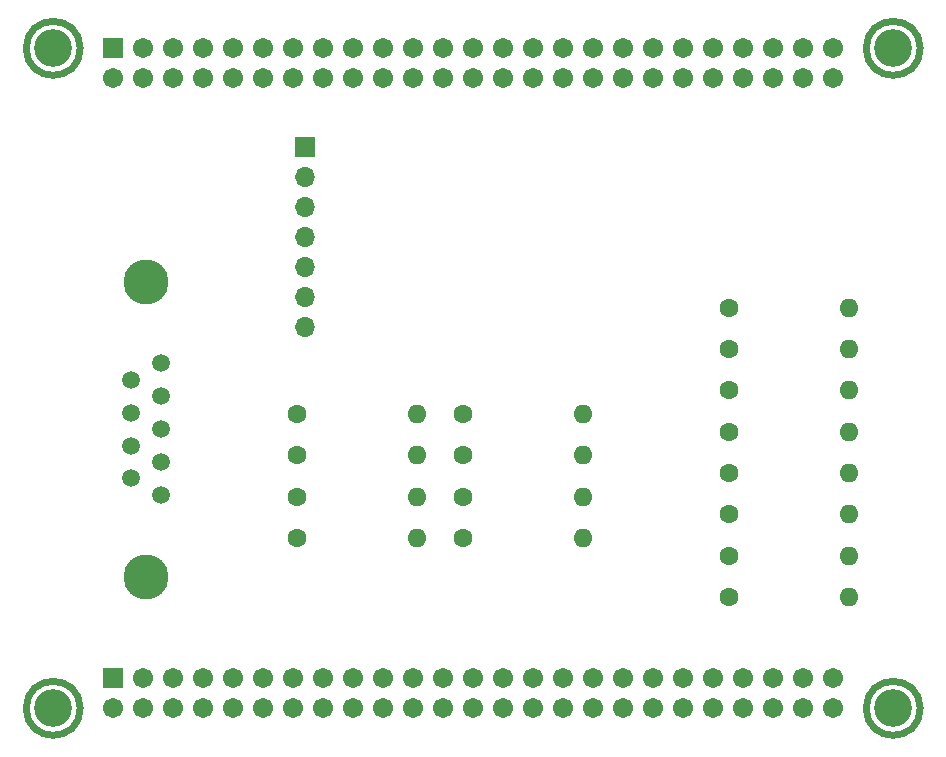
<source format=gbs>
G04 #@! TF.GenerationSoftware,KiCad,Pcbnew,8.0.0*
G04 #@! TF.CreationDate,2024-05-03T13:58:39-04:00*
G04 #@! TF.ProjectId,hdmi_trigger_interface,68646d69-5f74-4726-9967-6765725f696e,rev?*
G04 #@! TF.SameCoordinates,Original*
G04 #@! TF.FileFunction,Soldermask,Bot*
G04 #@! TF.FilePolarity,Negative*
%FSLAX46Y46*%
G04 Gerber Fmt 4.6, Leading zero omitted, Abs format (unit mm)*
G04 Created by KiCad (PCBNEW 8.0.0) date 2024-05-03 13:58:39*
%MOMM*%
%LPD*%
G01*
G04 APERTURE LIST*
G04 Aperture macros list*
%AMRoundRect*
0 Rectangle with rounded corners*
0 $1 Rounding radius*
0 $2 $3 $4 $5 $6 $7 $8 $9 X,Y pos of 4 corners*
0 Add a 4 corners polygon primitive as box body*
4,1,4,$2,$3,$4,$5,$6,$7,$8,$9,$2,$3,0*
0 Add four circle primitives for the rounded corners*
1,1,$1+$1,$2,$3*
1,1,$1+$1,$4,$5*
1,1,$1+$1,$6,$7*
1,1,$1+$1,$8,$9*
0 Add four rect primitives between the rounded corners*
20,1,$1+$1,$2,$3,$4,$5,0*
20,1,$1+$1,$4,$5,$6,$7,0*
20,1,$1+$1,$6,$7,$8,$9,0*
20,1,$1+$1,$8,$9,$2,$3,0*%
G04 Aperture macros list end*
%ADD10C,0.609600*%
%ADD11C,1.498600*%
%ADD12C,3.810000*%
%ADD13C,1.600000*%
%ADD14O,1.600000X1.600000*%
%ADD15R,1.700000X1.700000*%
%ADD16O,1.700000X1.700000*%
%ADD17C,3.200000*%
%ADD18C,1.711200*%
%ADD19RoundRect,0.101600X-0.754000X-0.754000X0.754000X-0.754000X0.754000X0.754000X-0.754000X0.754000X0*%
G04 APERTURE END LIST*
D10*
X198952025Y-30536600D02*
G75*
G02*
X194372975Y-30536600I-2289525J0D01*
G01*
X194372975Y-30536600D02*
G75*
G02*
X198952025Y-30536600I2289525J0D01*
G01*
X198952025Y-86416600D02*
G75*
G02*
X194372975Y-86416600I-2289525J0D01*
G01*
X194372975Y-86416600D02*
G75*
G02*
X198952025Y-86416600I2289525J0D01*
G01*
X270072025Y-30536600D02*
G75*
G02*
X265492975Y-30536600I-2289525J0D01*
G01*
X265492975Y-30536600D02*
G75*
G02*
X270072025Y-30536600I2289525J0D01*
G01*
X270072025Y-86416600D02*
G75*
G02*
X265492975Y-86416600I-2289525J0D01*
G01*
X265492975Y-86416600D02*
G75*
G02*
X270072025Y-86416600I2289525J0D01*
G01*
D11*
X205774801Y-57220001D03*
X203234801Y-58610001D03*
X205774801Y-60000000D03*
X203234801Y-61390000D03*
X205774801Y-62780000D03*
X203234801Y-64170000D03*
X205774801Y-65560000D03*
X203234801Y-66949999D03*
X205774801Y-68339999D03*
D12*
X204504801Y-50285001D03*
X204504801Y-75274999D03*
D13*
X231340000Y-65000000D03*
D14*
X241500000Y-65000000D03*
D15*
X218000000Y-38880000D03*
D16*
X218000000Y-41420000D03*
X218000000Y-43960000D03*
X218000000Y-46500000D03*
X218000000Y-49040000D03*
X218000000Y-51580000D03*
X218000000Y-54120000D03*
D13*
X217340000Y-72000000D03*
D14*
X227500000Y-72000000D03*
D13*
X217340000Y-68500000D03*
D14*
X227500000Y-68500000D03*
D13*
X217340000Y-65000000D03*
D14*
X227500000Y-65000000D03*
D13*
X217340000Y-61500000D03*
D14*
X227500000Y-61500000D03*
D13*
X231340000Y-72000000D03*
D14*
X241500000Y-72000000D03*
D13*
X231340000Y-68500000D03*
D14*
X241500000Y-68500000D03*
D13*
X231340000Y-61500000D03*
D14*
X241500000Y-61500000D03*
D13*
X253840000Y-77000000D03*
D14*
X264000000Y-77000000D03*
D13*
X253920000Y-73500000D03*
D14*
X264080000Y-73500000D03*
D13*
X253840000Y-70000000D03*
D14*
X264000000Y-70000000D03*
D13*
X253920000Y-66500000D03*
D14*
X264080000Y-66500000D03*
D13*
X253840000Y-63000000D03*
D14*
X264000000Y-63000000D03*
D13*
X253920000Y-59500000D03*
D14*
X264080000Y-59500000D03*
D13*
X253840000Y-56000000D03*
D14*
X264000000Y-56000000D03*
D13*
X253840000Y-52500000D03*
D14*
X264000000Y-52500000D03*
D17*
X196662500Y-30536600D03*
X196662500Y-86416600D03*
X267782500Y-30536600D03*
X267782500Y-86416600D03*
D18*
X242382500Y-33076600D03*
X242382500Y-30536600D03*
X239842500Y-33076600D03*
X239842500Y-30536600D03*
X237302500Y-33076600D03*
X237302500Y-30536600D03*
X234762500Y-33076600D03*
X234762500Y-30536600D03*
X232222500Y-33076600D03*
X232222500Y-30536600D03*
X229682500Y-33076600D03*
X229682500Y-30536600D03*
X227142500Y-33076600D03*
X227142500Y-30536600D03*
X224602500Y-33076600D03*
X224602500Y-30536600D03*
X222062500Y-33076600D03*
X222062500Y-30536600D03*
X219522500Y-33076600D03*
X219522500Y-30536600D03*
X216982500Y-33076600D03*
X216982500Y-30536600D03*
X214442500Y-33076600D03*
X214442500Y-30536600D03*
X211902500Y-33076600D03*
X211902500Y-30536600D03*
X209362500Y-33076600D03*
X209362500Y-30536600D03*
X206822500Y-33076600D03*
X206822500Y-30536600D03*
X209362500Y-86416600D03*
X209362500Y-83876600D03*
X211902500Y-86416600D03*
X211902500Y-83876600D03*
X214442500Y-86416600D03*
X214442500Y-83876600D03*
X216982500Y-86416600D03*
X216982500Y-83876600D03*
X219522500Y-86416600D03*
X219522500Y-83876600D03*
X222062500Y-86416600D03*
X222062500Y-83876600D03*
X224602500Y-86416600D03*
X224602500Y-83876600D03*
X227142500Y-86416600D03*
X227142500Y-83876600D03*
X229682500Y-86416600D03*
X229682500Y-83876600D03*
X232222500Y-86416600D03*
X232222500Y-83876600D03*
X234762500Y-86416600D03*
X234762500Y-83876600D03*
X237302500Y-86416600D03*
X237302500Y-83876600D03*
X239842500Y-86416600D03*
X239842500Y-83876600D03*
X242382500Y-86416600D03*
X242382500Y-83876600D03*
X244922500Y-86416600D03*
X244922500Y-83876600D03*
X247462500Y-86416600D03*
X247462500Y-83876600D03*
X250002500Y-86416600D03*
X250002500Y-83876600D03*
X252542500Y-86416600D03*
X252542500Y-83876600D03*
X255082500Y-86416600D03*
X255082500Y-83876600D03*
X262702500Y-33076600D03*
X262702500Y-30536600D03*
X260162500Y-33076600D03*
X260162500Y-30536600D03*
X257622500Y-33076600D03*
X257622500Y-30536600D03*
X255082500Y-33076600D03*
X255082500Y-30536600D03*
X252542500Y-33076600D03*
X252542500Y-30536600D03*
X250002500Y-33076600D03*
X250002500Y-30536600D03*
X247462500Y-33076600D03*
X247462500Y-30536600D03*
X244922500Y-33076600D03*
X244922500Y-30536600D03*
X206822500Y-86416600D03*
D19*
X201742500Y-30536600D03*
D18*
X204282500Y-30536600D03*
D19*
X201742500Y-83876600D03*
D18*
X204282500Y-83876600D03*
X262702500Y-86416600D03*
X201742500Y-33076600D03*
X201742500Y-86416600D03*
X262702500Y-83876600D03*
X206822500Y-83876600D03*
X260162500Y-86416600D03*
X260162500Y-83876600D03*
X257622500Y-86416600D03*
X257622500Y-83876600D03*
X204282500Y-33076600D03*
X204282500Y-86416600D03*
M02*

</source>
